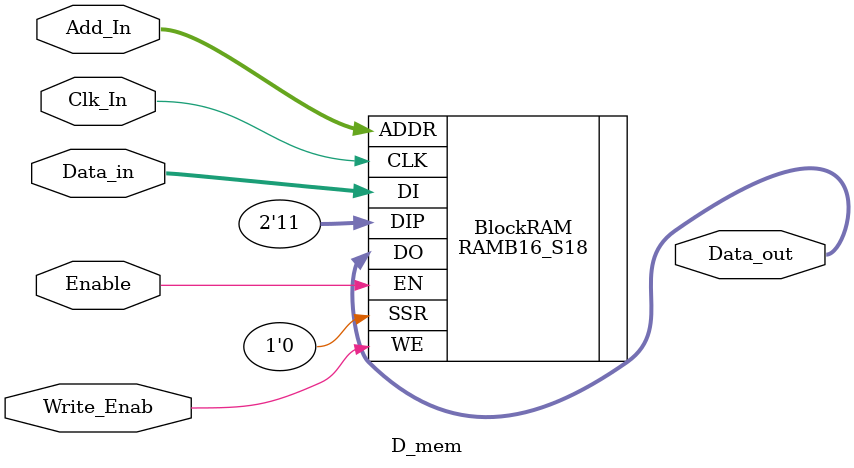
<source format=v>
 

module D_mem #(parameter DSIZE=16) (
	input Clk_In,
	input Write_Enab, Enable,
	input [9:0] Add_In,
	input [DSIZE-1:0] Data_in,
	output [DSIZE-1:0] Data_out
);

   RAMB16_S18 #(
      .INIT(18'h0),  // Value of output RAM registers at startup
      .SRVAL(18'h0), // Output value upon SSR assertion
      .WRITE_MODE("WRITE_FIRST"), // WRITE_FIRST, READ_FIRST or NO_CHANGE
       //The following INIT_xx declarations specify the initial contents of the RAM///
       //Address 0 to 255
		//.INIT_00(256'h3021_3010_0548_6505_0411_0535_0000_C025_54F8_0000_0000_44A3_43FF_4202_4101_0000),
      //.INIT_01(256'h013C_0541_021A_0121_0000_9303_0000_0621_0569_2161_0000_0411_2042_6202_3132_3032),
      //.INIT_02(256'h1332_1320_0477_0476_0405_412B_0000_00FE_570A_47BC_0241_0000_0000_8007_0000_0632),
      .INIT_00(256'h0000_0000_0000_0000_0000_0000_0000_0000_0000_0000_0000_0000_0000_0000_0000_0000),
      .INIT_01(256'h0000_0000_0000_0000_0000_0000_0000_0000_0000_0000_0000_0000_0000_0000_0000_0000),
      .INIT_02(256'h0000_0000_0000_0000_0000_0000_0000_0000_0000_0000_0000_0000_0000_0000_0000_0000),
      .INIT_03(256'h0000_0000_0000_0000_0000_0000_0000_0000_0000_0000_0000_0000_0000_0000_0000_0000),
      .INIT_04(256'h0000_0000_0000_0000_0000_0000_0000_0000_0000_0000_0000_0000_0000_0000_0000_0000),
      .INIT_05(256'h0000_0000_0000_0000_0000_0000_0000_0000_0000_0000_0000_0000_0000_0000_0000_0000),
      .INIT_06(256'h0000_0000_0000_0000_0000_0000_0000_0000_0000_0000_0000_0000_0000_0000_0000_0000),
      .INIT_07(256'h0000_0000_0000_0000_0000_0000_0000_0000_0000_0000_0000_0000_0000_0000_0000_0000),
      .INIT_08(256'h0000_0000_0000_0000_0000_0000_0000_0000_0000_0000_0000_0000_0000_0000_0000_0000),
      .INIT_09(256'h0000_0000_0000_0000_0000_0000_0000_0000_0000_0000_0000_0000_0000_0000_0000_0000),
      .INIT_0A(256'h0000_0000_0000_0000_0000_0000_0000_0000_0000_0000_0000_0000_0000_0000_0000_0000),
      .INIT_0B(256'h0000_0000_0000_0000_0000_0000_0000_0000_0000_0000_0000_0000_0000_0000_0000_0000),
      .INIT_0C(256'h0000_0000_0000_0000_0000_0000_0000_0000_0000_0000_0000_0000_0000_0000_0000_0000),
      .INIT_0D(256'h0000_0000_0000_0000_0000_0000_0000_0000_0000_0000_0000_0000_0000_0000_0000_0000),
      .INIT_0E(256'h0000_0000_0000_0000_0000_0000_0000_0000_0000_0000_0000_0000_0000_0000_0000_0000),
      .INIT_0F(256'h0000_0000_0000_0000_0000_0000_0000_0000_0000_0000_0000_0000_0000_0000_0000_0000),
       //Address 256 to 511
		.INIT_10(256'h0000_0000_0000_0000_0000_0000_0000_0000_0000_0000_0000_0000_0000_0000_0000_0000),
		.INIT_11(256'h0000_0000_0000_0000_0000_0000_0000_0000_0000_0000_0000_0000_0000_0000_0000_0000),
      .INIT_13(256'h0000_0000_0000_0000_0000_0251_0000_0000_0000_00FE_0000_0000_0251_0000_0000_0000),
      .INIT_14(256'h0000_0000_0000_0000_0000_0000_0000_0000_0000_0000_0000_0000_0000_0000_0000_0000),
      .INIT_15(256'h0000_0000_0000_0000_0000_0000_0000_0000_0000_0000_0000_0000_0000_0000_0000_0000),
      .INIT_16(256'h0000_0000_0000_0000_0000_0000_0000_0000_0000_0000_0000_0000_0000_0000_0000_0000),
      .INIT_17(256'h0000_0000_0000_0000_0000_0000_0000_0000_0000_0000_0000_0000_0000_0000_0000_0000),
      .INIT_18(256'h0000_0000_0000_0000_0000_0000_0000_0000_0000_0000_0000_0000_0000_0000_0000_0000),
      .INIT_19(256'h0000_0000_0000_0000_0000_0000_0000_0000_0000_0000_0000_0000_0000_0000_0000_0000),
      .INIT_1A(256'h0000_0000_0000_0000_0000_0000_0000_0000_0000_0000_0000_0000_0000_0000_0000_0000),
      .INIT_1B(256'h0000_0000_0000_0000_0000_0000_0000_0000_0000_0000_0000_0000_0000_0000_0000_0000),
      .INIT_1C(256'h0000_0000_0000_0000_0000_0000_0000_0000_0000_0000_0000_0000_0000_0000_0000_0000),
      .INIT_1D(256'h0000_0000_0000_0000_0000_0000_0000_0000_0000_0000_0000_0000_0000_0000_0000_0000),
      .INIT_1E(256'h0000_0000_0000_0000_0000_0000_0000_0000_0000_0000_0000_0000_0000_0000_0000_0000),
      .INIT_1F(256'h0000_0000_0000_0000_0000_0000_0000_0000_0000_0000_0000_0000_0000_0000_0000_0000),
       //Address 512 to 767
      .INIT_20(256'h0000_0000_0000_0000_0000_0000_0000_0000_0000_0000_0000_0000_0000_0000_0000_0000),
      .INIT_21(256'h0000_0000_0000_0000_0000_0000_0000_0000_0000_0000_0000_0000_0000_0000_0000_0000),
      .INIT_22(256'h0000_0000_0000_0000_0000_0000_0000_0000_0000_0000_0000_0000_0000_0000_0000_0000),
      .INIT_23(256'h0000_0000_0000_0000_0000_0000_0000_0000_0000_0000_0000_0000_0000_0000_0000_0000),
      .INIT_24(256'h0000_0000_0000_0000_0000_0000_0000_0000_0000_0000_0000_0000_0000_0000_0000_0000),
      .INIT_25(256'h0000_0000_0000_0000_0000_0000_0000_0000_0000_0000_0000_0000_0000_0000_0000_0000),
      .INIT_26(256'h0000_0000_0000_0000_0000_0000_0000_0000_0000_0000_0000_0000_0000_0000_0000_0000),
      .INIT_27(256'h0000_0000_0000_0000_0000_0000_0000_0000_0000_0000_0000_0000_0000_0000_0000_0000),
      .INIT_28(256'h0000_0000_0000_0000_0000_0000_0000_0000_0000_0000_0000_0000_0000_0000_0000_0000),
      .INIT_29(256'h0000_0000_0000_0000_0000_0000_0000_0000_0000_0000_0000_0000_0000_0000_0000_0000),
      .INIT_2A(256'h0000_0000_0000_0000_0000_0000_0000_0000_0000_0000_0000_0000_0000_0000_0000_0000),
      .INIT_2B(256'h0000_0000_0000_0000_0000_0000_0000_0000_0000_0000_0000_0000_0000_0000_0000_0000),
      .INIT_2C(256'h0000_0000_0000_0000_0000_0000_0000_0000_0000_0000_0000_0000_0000_0000_0000_0000),
      .INIT_2D(256'h0000_0000_0000_0000_0000_0000_0000_0000_0000_0000_0000_0000_0000_0000_0000_0000),
      .INIT_2E(256'h0000_0000_0000_0000_0000_0000_0000_0000_0000_0000_0000_0000_0000_0000_0000_0000),
      .INIT_2F(256'h0000_0000_0000_0000_0000_0000_0000_0000_0000_0000_0000_0000_0000_0000_0000_0000),
       //Address 768 to 1023
      .INIT_30(256'h0000_0000_0000_0000_0000_0000_0000_0000_0000_0000_0000_0000_0000_0000_0000_0000),
      .INIT_31(256'h0000_0000_0000_0000_0000_0000_0000_0000_0000_0000_0000_0000_0000_0000_0000_0000),
      .INIT_32(256'h0000_0000_0000_0000_0000_0000_0000_0000_0000_0000_0000_0000_0000_0000_0000_0000),
      .INIT_33(256'h0000_0000_0000_0000_0000_0000_0000_0000_0000_0000_0000_0000_0000_0000_0000_0000),
      .INIT_34(256'h0000_0000_0000_0000_0000_0000_0000_0000_0000_0000_0000_0000_0000_0000_0000_0000),
      .INIT_35(256'h0000_0000_0000_0000_0000_0000_0000_0000_0000_0000_0000_0000_0000_0000_0000_0000),
      .INIT_36(256'h0000_0000_0000_0000_0000_0000_0000_0000_0000_0000_0000_0000_0000_0000_0000_0000),
      .INIT_37(256'h0000_0000_0000_0000_0000_0000_0000_0000_0000_0000_0000_0000_0000_0000_0000_0000),
      .INIT_38(256'h0000_0000_0000_0000_0000_0000_0000_0000_0000_0000_0000_0000_0000_0000_0000_0000),
      .INIT_39(256'h0000_0000_0000_0000_0000_0000_0000_0000_0000_0000_0000_0000_0000_0000_0000_0000),
      .INIT_3A(256'h0000_0000_0000_0000_0000_0000_0000_0000_0000_0000_0000_0000_0000_0000_0000_0000),
      .INIT_3B(256'h0000_0000_0000_0000_0000_0000_0000_0000_0000_0000_0000_0000_0000_0000_0000_0000),
      .INIT_3C(256'h0000_0000_0000_0000_0000_0000_0000_0000_0000_0000_0000_0000_0000_0000_0000_0000),
      .INIT_3D(256'h0000_0000_0000_0000_0000_0000_0000_0000_0000_0000_0000_0000_0000_0000_0000_0000),
      .INIT_3E(256'h0000_0000_0000_0000_0000_0000_0000_0000_0000_0000_0000_0000_0000_0000_0000_0000),
      .INIT_3F(256'h0000_0000_0000_0000_0000_0000_0000_0000_0000_0000_0000_0000_0000_0000_0000_0000)
   ) BlockRAM (
      .DO(Data_out),      					// 16-bit Data Output
      .ADDR(Add_In), 							// 10-bit Address Input
      .CLK(Clk_In),    								// Clock
      .DI(Data_in),      							// 16-bit Data Input
      .DIP(2'hF),    								// 2-bit parity Input
      .EN(Enable),      							// RAM Enable Input
      .SSR(1'b0),    								// Synchronous Set/Reset Input
      .WE(Write_Enab)       						// Write Enable Input
   );

endmodule

</source>
